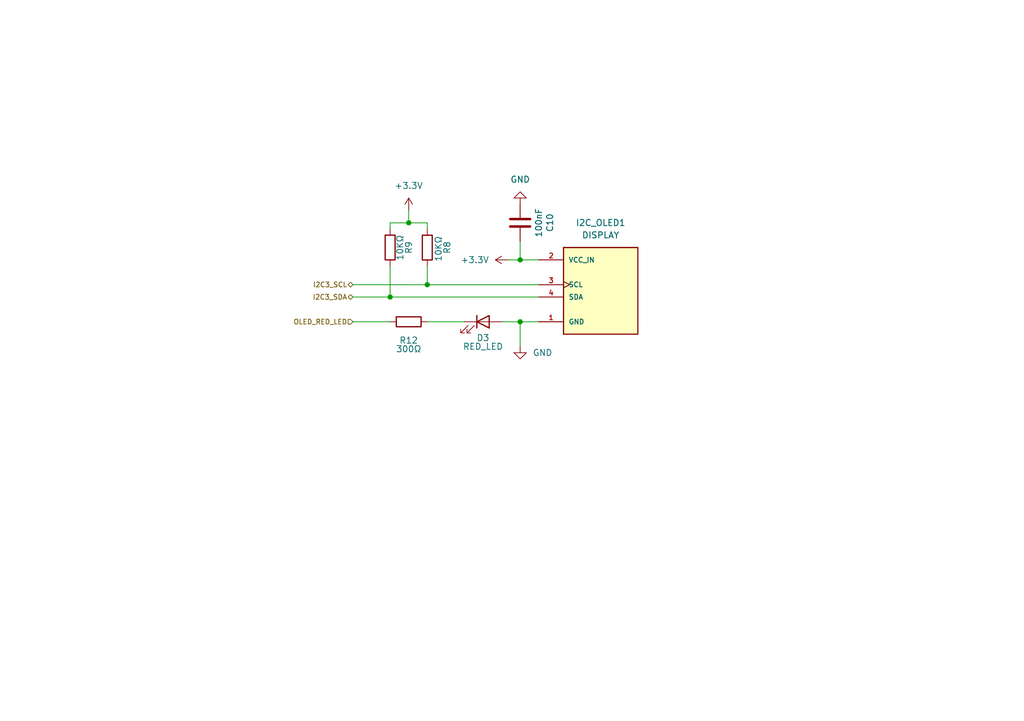
<source format=kicad_sch>
(kicad_sch (version 20250114) (generator "eeschema") (generator_version "9.0")
  (paper "A5")
  (title_block (title "OLED Display") (date "2026-01-20"))
  (lib_symbols
    (symbol "Device:C" (pin_numbers (hide yes)) (pin_names (offset 0.254))
      (property "Reference" "C" (at 0.635 2.54 0))
      (property "Value" "C" (at 0.635 -2.54 0))
      (symbol "C_0_1"
        (polyline (pts (xy -2.032 0.762) (xy 2.032 0.762)) (stroke (width 0.508)))
        (polyline (pts (xy -2.032 -0.762) (xy 2.032 -0.762)) (stroke (width 0.508)))
      )
      (symbol "C_1_1"
        (pin passive line (at 0 3.81 270) (length 2.794) (name "~") (number "1"))
        (pin passive line (at 0 -3.81 90) (length 2.794) (name "~") (number "2"))
      )
    )
    (symbol "Device:LED" (pin_numbers (hide yes)) (pin_names (offset 1.016) (hide yes))
      (property "Reference" "D" (at 0 2.54 0))
      (property "Value" "LED" (at 0 -2.54 0))
      (symbol "LED_0_1"
        (polyline (pts (xy -3.048 -0.762) (xy -4.572 -2.286) (xy -3.81 -2.286) (xy -4.572 -2.286) (xy -4.572 -1.524)))
        (polyline (pts (xy -1.778 -0.762) (xy -3.302 -2.286) (xy -2.54 -2.286) (xy -3.302 -2.286) (xy -3.302 -1.524)))
        (polyline (pts (xy -1.27 0) (xy 1.27 0)))
        (polyline (pts (xy -1.27 -1.27) (xy -1.27 1.27)) (stroke (width 0.254)))
        (polyline (pts (xy 1.27 -1.27) (xy 1.27 1.27) (xy -1.27 0) (xy 1.27 -1.27)) (stroke (width 0.254)))
      )
      (symbol "LED_1_1"
        (pin passive line (at -3.81 0 0) (length 2.54) (name "K") (number "1"))
        (pin passive line (at 3.81 0 180) (length 2.54) (name "A") (number "2"))
      )
    )
    (symbol "Device:R" (pin_numbers (hide yes)) (pin_names (offset 0))
      (property "Reference" "R" (at 2.032 0 90))
      (property "Value" "R" (at 0 0 90))
      (symbol "R_0_1"
        (rectangle (start -1.016 -2.54) (end 1.016 2.54) (stroke (width 0.254)))
      )
      (symbol "R_1_1"
        (pin passive line (at 0 3.81 270) (length 1.27) (name "~") (number "1"))
        (pin passive line (at 0 -3.81 90) (length 1.27) (name "~") (number "2"))
      )
    )
    (symbol "Display_Graphic:DM-OLED096-636" (pin_names (offset 1.016))
      (property "Reference" "I2C_OLED" (at -7.62 10.922 0))
      (property "Value" "DISPLAY" (at -7.62 -10.16 0))
      (symbol "DM-OLED096-636_0_0"
        (rectangle (start -7.62 -7.62) (end 7.62 10.16) (stroke (width 0.254)) (fill (type background)))
        (pin power_in line (at 12.7 7.62 180) (length 5.08) (name "VCC_IN") (number "2"))
        (pin input clock (at 12.7 2.54 180) (length 5.08) (name "SCL") (number "3"))
        (pin bidirectional line (at 12.7 0 180) (length 5.08) (name "SDA") (number "4"))
        (pin power_in line (at 12.7 -5.08 180) (length 5.08) (name "GND") (number "1"))
      )
    )
    (symbol "power:+3.3V" (power) (pin_numbers (hide yes)) (pin_names (offset 0) (hide yes))
      (property "Value" "+3.3V" (at 0 3.556 0))
      (symbol "+3.3V_0_1"
        (polyline (pts (xy -0.762 1.27) (xy 0 2.54)))
        (polyline (pts (xy 0 2.54) (xy 0.762 1.27)))
        (polyline (pts (xy 0 0) (xy 0 2.54)))
      )
      (symbol "+3.3V_1_1"
        (pin power_in line (at 0 0 90) (length 0) (name "~") (number "1"))
      )
    )
    (symbol "power:GND" (power) (pin_numbers (hide yes)) (pin_names (offset 0) (hide yes))
      (property "Value" "GND" (at 0 -3.81 0))
      (symbol "GND_0_1"
        (polyline (pts (xy 0 0) (xy 0 -1.27) (xy 1.27 -1.27) (xy 0 -2.54) (xy -1.27 -1.27) (xy 0 -1.27)))
      )
      (symbol "GND_1_1"
        (pin power_in line (at 0 0 270) (length 0) (name "~") (number "1"))
      )
    )
  )
  (junction (at 87.63 58.432))
  (junction (at 106.68 53.34))
  (junction (at 80.01 60.96))
  (junction (at 83.82 45.732))
  (junction (at 106.68 66.04))
  (wire (pts (xy 72.39 60.96) (xy 80.01 60.96)))
  (wire (pts (xy 77.47 58.42) (xy 87.63 58.432)))
  (wire (pts (xy 110.49 53.34) (xy 106.68 53.34)))
  (wire (pts (xy 72.39 66.04) (xy 80.01 66.04)))
  (wire (pts (xy 110.49 58.432) (xy 110.49 58.42)))
  (wire (pts (xy 95.25 66.04) (xy 87.63 66.04)))
  (wire (pts (xy 87.63 45.732) (xy 87.63 47.002)))
  (wire (pts (xy 83.82 43.192) (xy 83.82 45.732)))
  (wire (pts (xy 87.63 45.732) (xy 83.82 45.732)))
  (wire (pts (xy 72.39 58.42) (xy 77.47 58.42)))
  (wire (pts (xy 83.82 45.732) (xy 80.01 45.732)))
  (wire (pts (xy 106.68 53.34) (xy 104.14 53.34)))
  (wire (pts (xy 87.63 54.622) (xy 87.63 58.432)))
  (wire (pts (xy 106.68 49.53) (xy 106.68 53.34)))
  (wire (pts (xy 102.87 66.04) (xy 106.68 66.04)))
  (wire (pts (xy 106.68 66.04) (xy 106.68 71.12)))
  (wire (pts (xy 80.01 60.96) (xy 110.49 60.96)))
  (wire (pts (xy 110.49 58.432) (xy 87.63 58.432)))
  (wire (pts (xy 80.01 45.732) (xy 80.01 46.99)))
  (wire (pts (xy 80.01 54.61) (xy 80.01 60.96)))
  (wire (pts (xy 106.68 66.04) (xy 110.49 66.04)))
  (hierarchical_label "OLED_RED_LED" (shape input) (at 72.39 66.04 180) (effects (font (size 1 1))))
  (hierarchical_label "I2C3_SCL" (shape bidirectional) (at 72.39 58.42 180) (effects (font (size 1 1))))
  (hierarchical_label "I2C3_SDA" (shape bidirectional) (at 72.39 60.96 180) (effects (font (size 1 1))))
  (symbol (lib_id "power:GND") (at 106.68 71.12 0) (mirror y) (unit 1)
    (property "Reference" "#PWR022" (effects (hide yes)))
    (property "Value" "GND" (at 109.22 72.3899 0) (effects (justify right)))
    (property "Description" "Power symbol creates a global label with name \"GND\" , ground" (effects (hide yes)))
  )
  (symbol (lib_id "Display_Graphic:DM-OLED096-636") (at 123.19 60.96 0) (mirror y) (unit 1)
    (property "Reference" "I2C_OLED1" (at 123.19 45.72 0))
    (property "Value" "DISPLAY" (at 123.19 48.26 0))
    (property "Footprint" "DM-OLED096-636:MODULE_DM-OLED096-636" (effects (hide yes)))
    (property "MF" "Display Module" (effects (hide yes)))
    (property "MAXIMUM_PACKAGE_HEIGHT" "11.3 mm" (effects (hide yes)))
    (property "Package" "Package" (effects (hide yes)))
    (property "Price" "None" (effects (hide yes)))
    (property "Check_prices" "https://www.snapeda.com/parts/DM-OLED096-636/Display+Module/view-part/?ref=eda" (effects (hide yes)))
    (property "STANDARD" "Manufacturer Recommendations" (effects (hide yes)))
    (property "PARTREV" "2018-09-10" (effects (hide yes)))
    (property "SnapEDA_Link" "https://www.snapeda.com/parts/DM-OLED096-636/Display+Module/view-part/?ref=snap" (effects (hide yes)))
    (property "MP" "DM-OLED096-636" (effects (hide yes)))
    (property "Description_1" "0.96” 128 X 64 MONOCHROME GRAPHIC OLED DISPLAY MODULE - I2C" (effects (hide yes)))
    (property "Availability" "Not in stock" (effects (hide yes)))
    (property "MANUFACTURER" "Displaymodule" (effects (hide yes)))
  )
  (symbol (lib_id "Device:R") (at 83.82 66.04 90) (mirror x) (unit 1)
    (property "Reference" "R12" (at 83.82 69.85 90))
    (property "Value" "300Ω" (at 83.82 71.628 90))
    (property "Description" "Resistor" (effects (hide yes)))
  )
  (symbol (lib_id "Device:LED") (at 99.06 66.04 0) (unit 1)
    (property "Reference" "D3" (at 99.06 69.342 0))
    (property "Value" "RED_LED" (at 99.06 71.12 0))
    (property "Description" "Light emitting diode" (effects (hide yes)))
    (property "Sim.Pins" "1=K 2=A" (effects (hide yes)))
  )
  (symbol (lib_id "power:GND") (at 106.68 41.91 0) (mirror x) (unit 1)
    (property "Reference" "#PWR023" (effects (hide yes)))
    (property "Value" "GND" (at 106.68 36.83 0))
    (property "Description" "Power symbol creates a global label with name \"GND\" , ground" (effects (hide yes)))
  )
  (symbol (lib_id "power:+3.3V") (at 83.82 43.192 0) (mirror y) (unit 1)
    (property "Reference" "#PWR021" (effects (hide yes)))
    (property "Value" "+3.3V" (at 83.82 38.112 0))
    (property "Description" "Power symbol creates a global label with name \"+3.3V\"" (effects (hide yes)))
  )
  (symbol (lib_id "Device:R") (at 87.63 50.812 0) (mirror x) (unit 1)
    (property "Reference" "R8" (at 91.694 50.8 90))
    (property "Value" "10KΩ" (at 89.916 51.054 90))
    (property "Description" "Resistor" (effects (hide yes)))
  )
  (symbol (lib_id "Device:R") (at 80.01 50.8 0) (mirror x) (unit 1)
    (property "Reference" "R9" (at 83.82 50.812 90))
    (property "Value" "10KΩ" (at 82.042 50.812 90))
    (property "Description" "Resistor" (effects (hide yes)))
  )
  (symbol (lib_id "Device:C") (at 106.68 45.72 180) (unit 1)
    (property "Reference" "C10" (at 112.776 45.72 90))
    (property "Value" "100nF" (at 110.49 45.72 90))
    (property "Description" "Unpolarized capacitor" (effects (hide yes)))
  )
  (symbol (lib_id "power:+3.3V") (at 104.14 53.34 90) (mirror x) (unit 1)
    (property "Reference" "#PWR020" (effects (hide yes)))
    (property "Value" "+3.3V" (at 100.33 53.3399 90) (effects (justify left)))
    (property "Description" "Power symbol creates a global label with name \"+3.3V\"" (effects (hide yes)))
  )
)
</source>
